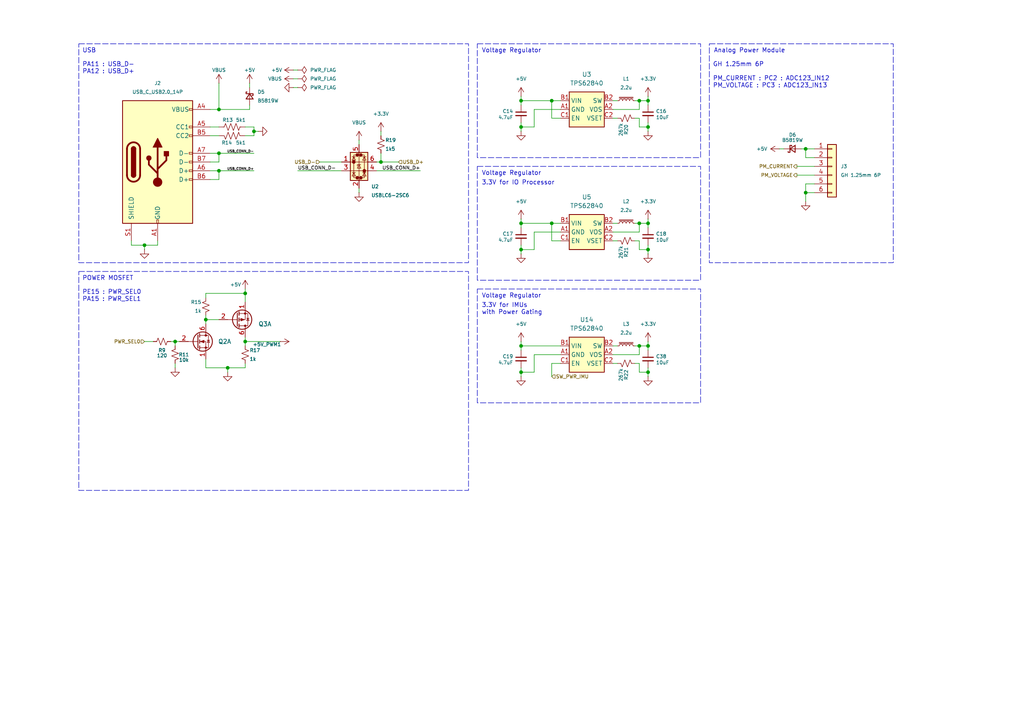
<source format=kicad_sch>
(kicad_sch (version 20250114) (generator "eeschema") (generator_version "9.0")
  (paper "A4")
  (title_block (title "STM32 Flight Controller") (date "2025-07-26") (rev "2.0.0 (WIP)") (company "NARAE") (comment 1 "INHA Univ. Areo-modelling Club") (comment 2 "2024 Winter UAV Project ") (comment 3 "Reversion 2"))
  (lib_symbols
    (symbol "Connector:USB_C_Receptacle_USB2.0_14P" (pin_names (offset 1.016))
      (property "Reference" "J" (at 0 22.225 0))
      (property "Value" "USB_C_Receptacle_USB2.0_14P" (at 0 19.685 0))
      (symbol "USB_C_Receptacle_USB2.0_14P_0_0"
        (rectangle (start -0.254 -17.78) (end 0.254 -16.764))
        (rectangle (start 10.16 15.494) (end 9.144 14.986))
        (rectangle (start 10.16 10.414) (end 9.144 9.906))
        (rectangle (start 10.16 7.874) (end 9.144 7.366))
        (rectangle (start 10.16 2.794) (end 9.144 2.286))
        (rectangle (start 10.16 0.254) (end 9.144 -0.254))
        (rectangle (start 10.16 -2.286) (end 9.144 -2.794))
        (rectangle (start 10.16 -4.826) (end 9.144 -5.334))
      )
      (symbol "USB_C_Receptacle_USB2.0_14P_0_1"
        (rectangle (start -10.16 17.78) (end 10.16 -17.78) (stroke (width 0.254)) (fill (type background)))
        (polyline (pts (xy -8.89 -3.81) (xy -8.89 3.81)) (stroke (width 0.508)))
        (rectangle (start -7.62 -3.81) (end -6.35 3.81) (stroke (width 0.254)) (fill (type outline)))
        (arc (start -7.62 3.81) (mid -6.985 4.4423) (end -6.35 3.81) (stroke (width 0.254)))
        (arc (start -7.62 3.81) (mid -6.985 4.4423) (end -6.35 3.81) (stroke (width 0.254)) (fill (type outline)))
        (arc (start -8.89 3.81) (mid -6.985 5.7067) (end -5.08 3.81) (stroke (width 0.508)))
        (arc (start -5.08 -3.81) (mid -6.985 -5.7067) (end -8.89 -3.81) (stroke (width 0.508)))
        (arc (start -6.35 -3.81) (mid -6.985 -4.4423) (end -7.62 -3.81) (stroke (width 0.254)))
        (arc (start -6.35 -3.81) (mid -6.985 -4.4423) (end -7.62 -3.81) (stroke (width 0.254)) (fill (type outline)))
        (polyline (pts (xy -5.08 3.81) (xy -5.08 -3.81)) (stroke (width 0.508)))
        (circle (center -2.54 1.143) (radius 0.635) (stroke (width 0.254)) (fill (type outline)))
        (polyline (pts (xy -1.27 4.318) (xy 0 6.858) (xy 1.27 4.318) (xy -1.27 4.318)) (stroke (width 0.254)) (fill (type outline)))
        (polyline (pts (xy 0 -2.032) (xy 2.54 0.508) (xy 2.54 1.778)) (stroke (width 0.508)))
        (polyline (pts (xy 0 -3.302) (xy -2.54 -0.762) (xy -2.54 0.508)) (stroke (width 0.508)))
        (polyline (pts (xy 0 -5.842) (xy 0 4.318)) (stroke (width 0.508)))
        (circle (center 0 -5.842) (radius 1.27) (fill (type outline)))
        (rectangle (start 1.905 1.778) (end 3.175 3.048) (stroke (width 0.254)) (fill (type outline)))
      )
      (symbol "USB_C_Receptacle_USB2.0_14P_1_1"
        (pin passive line (at -7.62 -22.86 90) (length 5.08) (name "SHIELD") (number "S1"))
        (pin passive line (at 0 -22.86 90) (length 5.08) (name "GND") (number "A1"))
        (pin passive line (at 0 -22.86 90) (length 5.08) (hide yes) (name "GND") (number "A12"))
        (pin passive line (at 0 -22.86 90) (length 5.08) (hide yes) (name "GND") (number "B1"))
        (pin passive line (at 0 -22.86 90) (length 5.08) (hide yes) (name "GND") (number "B12"))
        (pin passive line (at 15.24 15.24 180) (length 5.08) (name "VBUS") (number "A4"))
        (pin passive line (at 15.24 15.24 180) (length 5.08) (hide yes) (name "VBUS") (number "A9"))
        (pin passive line (at 15.24 15.24 180) (length 5.08) (hide yes) (name "VBUS") (number "B4"))
        (pin passive line (at 15.24 15.24 180) (length 5.08) (hide yes) (name "VBUS") (number "B9"))
        (pin bidirectional line (at 15.24 10.16 180) (length 5.08) (name "CC1") (number "A5"))
        (pin bidirectional line (at 15.24 7.62 180) (length 5.08) (name "CC2") (number "B5"))
        (pin bidirectional line (at 15.24 2.54 180) (length 5.08) (name "D-") (number "A7"))
        (pin bidirectional line (at 15.24 0 180) (length 5.08) (name "D-") (number "B7"))
        (pin bidirectional line (at 15.24 -2.54 180) (length 5.08) (name "D+") (number "A6"))
        (pin bidirectional line (at 15.24 -5.08 180) (length 5.08) (name "D+") (number "B6"))
      )
    )
    (symbol "Connector_Generic:Conn_01x06" (pin_names (offset 1.016) (hide yes))
      (property "Reference" "J" (at 0 7.62 0))
      (property "Value" "Conn_01x06" (at 0 -10.16 0))
      (symbol "Conn_01x06_1_1"
        (rectangle (start -1.27 6.35) (end 1.27 -8.89) (stroke (width 0.254)) (fill (type background)))
        (rectangle (start -1.27 5.207) (end 0 4.953) (stroke (width 0.1524)))
        (rectangle (start -1.27 2.667) (end 0 2.413) (stroke (width 0.1524)))
        (rectangle (start -1.27 0.127) (end 0 -0.127) (stroke (width 0.1524)))
        (rectangle (start -1.27 -2.413) (end 0 -2.667) (stroke (width 0.1524)))
        (rectangle (start -1.27 -4.953) (end 0 -5.207) (stroke (width 0.1524)))
        (rectangle (start -1.27 -7.493) (end 0 -7.747) (stroke (width 0.1524)))
        (pin passive line (at -5.08 5.08 0) (length 3.81) (name "Pin_1") (number "1"))
        (pin passive line (at -5.08 2.54 0) (length 3.81) (name "Pin_2") (number "2"))
        (pin passive line (at -5.08 0 0) (length 3.81) (name "Pin_3") (number "3"))
        (pin passive line (at -5.08 -2.54 0) (length 3.81) (name "Pin_4") (number "4"))
        (pin passive line (at -5.08 -5.08 0) (length 3.81) (name "Pin_5") (number "5"))
        (pin passive line (at -5.08 -7.62 0) (length 3.81) (name "Pin_6") (number "6"))
      )
    )
    (symbol "Device:C_Small" (pin_numbers (hide yes)) (pin_names (offset 0.254) (hide yes))
      (property "Reference" "C" (at 0.254 1.778 0))
      (property "Value" "C_Small" (at 0.254 -2.032 0))
      (symbol "C_Small_0_1"
        (polyline (pts (xy -1.524 0.508) (xy 1.524 0.508)) (stroke (width 0.3048)))
        (polyline (pts (xy -1.524 -0.508) (xy 1.524 -0.508)) (stroke (width 0.3302)))
      )
      (symbol "C_Small_1_1"
        (pin passive line (at 0 2.54 270) (length 2.032) (name "~") (number "1"))
        (pin passive line (at 0 -2.54 90) (length 2.032) (name "~") (number "2"))
      )
    )
    (symbol "Device:D_Schottky_Small" (pin_numbers (hide yes)) (pin_names (offset 0.254) (hide yes))
      (property "Reference" "D" (at -1.27 2.032 0))
      (property "Value" "D_Schottky_Small" (at -7.112 -2.032 0))
      (symbol "D_Schottky_Small_0_1"
        (polyline (pts (xy -1.27 0.762) (xy -1.27 1.016) (xy -0.762 1.016) (xy -0.762 -1.016) (xy -0.254 -1.016) (xy -0.254 -0.762)) (stroke (width 0.254)))
        (polyline (pts (xy -0.762 0) (xy 0.762 0)))
        (polyline (pts (xy 0.762 -1.016) (xy -0.762 0) (xy 0.762 1.016) (xy 0.762 -1.016)) (stroke (width 0.254)))
      )
      (symbol "D_Schottky_Small_1_1"
        (pin passive line (at -2.54 0 0) (length 1.778) (name "K") (number "1"))
        (pin passive line (at 2.54 0 180) (length 1.778) (name "A") (number "2"))
      )
    )
    (symbol "Device:L_Iron_Small" (pin_numbers (hide yes)) (pin_names (offset 0.254) (hide yes))
      (property "Reference" "L" (at 1.27 1.016 0))
      (property "Value" "L_Iron_Small" (at 1.27 -1.27 0))
      (symbol "L_Iron_Small_0_1"
        (arc (start 0 2.032) (mid 0.5058 1.524) (end 0 1.016))
        (arc (start 0 1.016) (mid 0.5058 0.508) (end 0 0))
        (arc (start 0 0) (mid 0.5058 -0.508) (end 0 -1.016))
        (arc (start 0 -1.016) (mid 0.5058 -1.524) (end 0 -2.032))
        (polyline (pts (xy 0.762 2.032) (xy 0.762 -2.032)))
        (polyline (pts (xy 1.016 -2.032) (xy 1.016 2.032)))
      )
      (symbol "L_Iron_Small_1_1"
        (pin passive line (at 0 2.54 270) (length 0.508) (name "~") (number "1"))
        (pin passive line (at 0 -2.54 90) (length 0.508) (name "~") (number "2"))
      )
    )
    (symbol "Device:R_Small_US" (pin_numbers (hide yes)) (pin_names (offset 0.254) (hide yes))
      (property "Reference" "R" (at 0.762 0.508 0))
      (property "Value" "R_Small_US" (at 0.762 -1.016 0))
      (symbol "R_Small_US_1_1"
        (polyline (pts (xy 0 1.524) (xy 1.016 1.143) (xy 0 0.762) (xy -1.016 0.381) (xy 0 0)))
        (polyline (pts (xy 0 0) (xy 1.016 -0.381) (xy 0 -0.762) (xy -1.016 -1.143) (xy 0 -1.524)))
        (pin passive line (at 0 2.54 270) (length 1.016) (name "~") (number "1"))
        (pin passive line (at 0 -2.54 90) (length 1.016) (name "~") (number "2"))
      )
    )
    (symbol "Device:R_US" (pin_numbers (hide yes)) (pin_names (offset 0))
      (property "Reference" "R" (at 2.54 0 90))
      (property "Value" "R_US" (at -2.54 0 90))
      (symbol "R_US_0_1"
        (polyline (pts (xy 0 2.286) (xy 0 2.54)))
        (polyline (pts (xy 0 2.286) (xy 1.016 1.905) (xy 0 1.524) (xy -1.016 1.143) (xy 0 0.762)))
        (polyline (pts (xy 0 0.762) (xy 1.016 0.381) (xy 0 0) (xy -1.016 -0.381) (xy 0 -0.762)))
        (polyline (pts (xy 0 -0.762) (xy 1.016 -1.143) (xy 0 -1.524) (xy -1.016 -1.905) (xy 0 -2.286)))
        (polyline (pts (xy 0 -2.286) (xy 0 -2.54)))
      )
      (symbol "R_US_1_1"
        (pin passive line (at 0 3.81 270) (length 1.27) (name "~") (number "1"))
        (pin passive line (at 0 -3.81 90) (length 1.27) (name "~") (number "2"))
      )
    )
    (symbol "Nexperia_PMD:PMDPB30XN" (pin_names (offset 0) (hide yes))
      (property "Reference" "Q" (at 5.08 1.905 0))
      (property "Value" "PMDPB30XN" (at 5.08 0 0))
      (symbol "PMDPB30XN_0_1"
        (polyline (pts (xy 0.254 1.905) (xy 0.254 -1.905)) (stroke (width 0.254)))
        (polyline (pts (xy 0.254 0) (xy -2.54 0)))
        (polyline (pts (xy 0.762 2.286) (xy 0.762 1.27)) (stroke (width 0.254)))
        (polyline (pts (xy 0.762 0.508) (xy 0.762 -0.508)) (stroke (width 0.254)))
        (polyline (pts (xy 0.762 -1.27) (xy 0.762 -2.286)) (stroke (width 0.254)))
        (polyline (pts (xy 0.762 -1.778) (xy 3.302 -1.778) (xy 3.302 1.778) (xy 0.762 1.778)))
        (polyline (pts (xy 1.016 0) (xy 2.032 0.381) (xy 2.032 -0.381) (xy 1.016 0)) (fill (type outline)))
        (circle (center 1.651 0) (radius 2.794) (stroke (width 0.254)))
        (polyline (pts (xy 2.54 2.54) (xy 2.54 1.778)))
        (circle (center 2.54 1.778) (radius 0.254) (fill (type outline)))
        (circle (center 2.54 -1.778) (radius 0.254) (fill (type outline)))
        (polyline (pts (xy 2.54 -2.54) (xy 2.54 0) (xy 0.762 0)))
        (polyline (pts (xy 2.921 0.381) (xy 3.683 0.381)))
        (polyline (pts (xy 3.302 0.381) (xy 2.921 -0.254) (xy 3.683 -0.254) (xy 3.302 0.381)))
      )
      (symbol "PMDPB30XN_1_0"
        (pin passive line (at 2.54 5.08 270) (length 2.54) (hide yes) (name "D") (number "7"))
      )
      (symbol "PMDPB30XN_1_1"
        (pin input line (at -5.08 0 0) (length 2.54) (name "G") (number "2"))
        (pin passive line (at 2.54 5.08 270) (length 2.54) (name "D") (number "6"))
        (pin passive line (at 2.54 -5.08 90) (length 2.54) (name "S") (number "1"))
      )
      (symbol "PMDPB30XN_2_0"
        (pin passive line (at 2.54 5.08 270) (length 2.54) (hide yes) (name "D") (number "8"))
      )
      (symbol "PMDPB30XN_2_1"
        (pin input line (at -5.08 0 0) (length 2.54) (name "G") (number "5"))
        (pin passive line (at 2.54 5.08 270) (length 2.54) (name "D") (number "3"))
        (pin passive line (at 2.54 -5.08 90) (length 2.54) (name "S") (number "4"))
      )
    )
    (symbol "Nexperia_PMD:PMDPB55XPA" (pin_names (offset 0) (hide yes))
      (property "Reference" "Q" (at 5.08 1.905 0))
      (property "Value" "PMDPB55XPA" (at 5.08 0 0))
      (symbol "PMDPB55XPA_0_1"
        (polyline (pts (xy 0.254 1.905) (xy 0.254 -1.905)) (stroke (width 0.254)))
        (polyline (pts (xy 0.254 0) (xy -2.54 0)))
        (polyline (pts (xy 0.762 2.286) (xy 0.762 1.27)) (stroke (width 0.254)))
        (polyline (pts (xy 0.762 1.778) (xy 3.302 1.778) (xy 3.302 -1.778) (xy 0.762 -1.778)))
        (polyline (pts (xy 0.762 0.508) (xy 0.762 -0.508)) (stroke (width 0.254)))
        (polyline (pts (xy 0.762 -1.27) (xy 0.762 -2.286)) (stroke (width 0.254)))
        (circle (center 1.651 0) (radius 2.794) (stroke (width 0.254)))
        (polyline (pts (xy 2.286 0) (xy 1.27 0.381) (xy 1.27 -0.381) (xy 2.286 0)) (fill (type outline)))
        (polyline (pts (xy 2.54 2.54) (xy 2.54 1.778)))
        (circle (center 2.54 1.778) (radius 0.254) (fill (type outline)))
        (circle (center 2.54 -1.778) (radius 0.254) (fill (type outline)))
        (polyline (pts (xy 2.54 -2.54) (xy 2.54 0) (xy 0.762 0)))
        (polyline (pts (xy 2.921 -0.381) (xy 3.683 -0.381)))
        (polyline (pts (xy 3.302 -0.381) (xy 2.921 0.254) (xy 3.683 0.254) (xy 3.302 -0.381)))
      )
      (symbol "PMDPB55XPA_1_0"
        (pin passive line (at 2.54 5.08 270) (length 2.54) (hide yes) (name "D") (number "7"))
      )
      (symbol "PMDPB55XPA_1_1"
        (pin input line (at -5.08 0 0) (length 2.54) (name "G") (number "2"))
        (pin passive line (at 2.54 5.08 270) (length 2.54) (name "D") (number "6"))
        (pin passive line (at 2.54 -5.08 90) (length 2.54) (name "S") (number "1"))
      )
      (symbol "PMDPB55XPA_2_0"
        (pin passive line (at 2.54 5.08 270) (length 2.54) (hide yes) (name "D") (number "8"))
      )
      (symbol "PMDPB55XPA_2_1"
        (pin input line (at -5.08 0 0) (length 2.54) (name "G") (number "5"))
        (pin passive line (at 2.54 5.08 270) (length 2.54) (name "D") (number "3"))
        (pin passive line (at 2.54 -5.08 90) (length 2.54) (name "S") (number "4"))
      )
    )
    (symbol "Power_Protection:USBLC6-2SC6" (pin_names (hide yes))
      (property "Reference" "U" (at 0.635 5.715 0))
      (property "Value" "USBLC6-2SC6" (at 0.635 3.81 0))
      (symbol "USBLC6-2SC6_0_0"
        (circle (center -1.524 0) (radius 0.0001) (stroke (width 0.508)))
        (circle (center -0.508 2.032) (radius 0.0001) (stroke (width 0.508)))
        (circle (center -0.508 -4.572) (radius 0.0001) (stroke (width 0.508)))
        (circle (center 0.508 2.032) (radius 0.0001) (stroke (width 0.508)))
        (circle (center 0.508 -4.572) (radius 0.0001) (stroke (width 0.508)))
        (circle (center 1.524 -2.54) (radius 0.0001) (stroke (width 0.508)))
      )
      (symbol "USBLC6-2SC6_0_1"
        (polyline (pts (xy -2.54 0) (xy 2.54 0)))
        (polyline (pts (xy -2.54 -2.54) (xy 2.54 -2.54)))
        (polyline (pts (xy -2.032 0.508) (xy -1.016 0.508) (xy -1.524 1.524) (xy -2.032 0.508)))
        (polyline (pts (xy -2.032 -3.048) (xy -1.016 -3.048)))
        (polyline (pts (xy -1.016 1.524) (xy -2.032 1.524)))
        (polyline (pts (xy -1.016 -4.064) (xy -2.032 -4.064) (xy -1.524 -3.048) (xy -1.016 -4.064)))
        (polyline (pts (xy -0.508 -1.143) (xy -0.508 -0.762) (xy 0.508 -0.762)))
        (polyline (pts (xy 0 2.54) (xy -0.508 2.032) (xy 0.508 2.032) (xy 0 1.524) (xy 0 -4.064) (xy -0.508 -4.572) (xy 0.508 -4.572) (xy 0 -5.08)))
        (polyline (pts (xy 0.508 -1.778) (xy -0.508 -1.778) (xy 0 -0.762) (xy 0.508 -1.778)))
        (polyline (pts (xy 1.016 1.524) (xy 2.032 1.524)))
        (polyline (pts (xy 1.016 -3.048) (xy 2.032 -3.048)))
        (polyline (pts (xy 2.032 0.508) (xy 1.016 0.508) (xy 1.524 1.524) (xy 2.032 0.508)))
        (polyline (pts (xy 2.032 -4.064) (xy 1.016 -4.064) (xy 1.524 -3.048) (xy 2.032 -4.064)))
      )
      (symbol "USBLC6-2SC6_1_1"
        (rectangle (start -2.54 2.794) (end 2.54 -5.334) (stroke (width 0.254)) (fill (type background)))
        (polyline (pts (xy -0.508 2.032) (xy -1.524 2.032) (xy -1.524 -4.572) (xy -0.508 -4.572)))
        (polyline (pts (xy 0.508 -4.572) (xy 1.524 -4.572) (xy 1.524 2.032) (xy 0.508 2.032)))
        (pin passive line (at -5.08 0 0) (length 2.54) (name "I/O1") (number "1"))
        (pin passive line (at -5.08 -2.54 0) (length 2.54) (name "I/O2") (number "3"))
        (pin passive line (at 0 5.08 270) (length 2.54) (name "VBUS") (number "5"))
        (pin passive line (at 0 -7.62 90) (length 2.54) (name "GND") (number "2"))
        (pin passive line (at 5.08 0 180) (length 2.54) (name "I/O1") (number "6"))
        (pin passive line (at 5.08 -2.54 180) (length 2.54) (name "I/O2") (number "4"))
      )
    )
    (symbol "TPS62840:TPS62840YBG"
      (property "Reference" "U" (at 0 8.382 0))
      (property "Value" "TPS62840YBG" (at 0 6.35 0))
      (symbol "TPS62840YBG_0_1"
        (rectangle (start -5.08 5.08) (end 5.08 -5.08) (stroke (width 0.254)) (fill (type background)))
      )
      (symbol "TPS62840YBG_1_1"
        (pin power_in line (at -7.62 2.54 0) (length 2.54) (name "VIN") (number "B1"))
        (pin power_in line (at -7.62 0 0) (length 2.54) (name "GND") (number "A1"))
        (pin input line (at -7.62 -2.54 0) (length 2.54) (name "EN") (number "C1"))
        (pin open_collector line (at 7.62 2.54 180) (length 2.54) (name "SW") (number "B2"))
        (pin input line (at 7.62 0 180) (length 2.54) (name "VOS") (number "A2"))
        (pin input line (at 7.62 -2.54 180) (length 2.54) (name "VSET") (number "C2"))
      )
    )
    (symbol "power:+3.3V" (power) (pin_numbers (hide yes)) (pin_names (offset 0) (hide yes))
      (property "Value" "+3.3V" (at 0 3.556 0))
      (symbol "+3.3V_0_1"
        (polyline (pts (xy -0.762 1.27) (xy 0 2.54)))
        (polyline (pts (xy 0 2.54) (xy 0.762 1.27)))
        (polyline (pts (xy 0 0) (xy 0 2.54)))
      )
      (symbol "+3.3V_1_1"
        (pin power_in line (at 0 0 90) (length 0) (name "~") (number "1"))
      )
    )
    (symbol "power:+5V" (power) (pin_numbers (hide yes)) (pin_names (offset 0) (hide yes))
      (property "Value" "+5V" (at 0 3.556 0))
      (symbol "+5V_0_1"
        (polyline (pts (xy -0.762 1.27) (xy 0 2.54)))
        (polyline (pts (xy 0 2.54) (xy 0.762 1.27)))
        (polyline (pts (xy 0 0) (xy 0 2.54)))
      )
      (symbol "+5V_1_1"
        (pin power_in line (at 0 0 90) (length 0) (name "~") (number "1"))
      )
    )
    (symbol "power:GND" (power) (pin_numbers (hide yes)) (pin_names (offset 0) (hide yes))
      (property "Value" "GND" (at 0 -3.81 0))
      (symbol "GND_0_1"
        (polyline (pts (xy 0 0) (xy 0 -1.27) (xy 1.27 -1.27) (xy 0 -2.54) (xy -1.27 -1.27) (xy 0 -1.27)))
      )
      (symbol "GND_1_1"
        (pin power_in line (at 0 0 270) (length 0) (name "~") (number "1"))
      )
    )
    (symbol "power:PWR_FLAG" (power) (pin_numbers (hide yes)) (pin_names (offset 0) (hide yes))
      (property "Value" "PWR_FLAG" (at 0 3.81 0))
      (symbol "PWR_FLAG_0_0"
        (pin power_out line (at 0 0 90) (length 0) (name "~") (number "1"))
      )
      (symbol "PWR_FLAG_0_1"
        (polyline (pts (xy 0 0) (xy 0 1.27) (xy -1.016 1.905) (xy 0 2.54) (xy 1.016 1.905) (xy 0 1.27)))
      )
    )
    (symbol "power:VBUS" (power) (pin_numbers (hide yes)) (pin_names (offset 0) (hide yes))
      (property "Value" "VBUS" (at 0 3.556 0))
      (symbol "VBUS_0_1"
        (polyline (pts (xy -0.762 1.27) (xy 0 2.54)))
        (polyline (pts (xy 0 2.54) (xy 0.762 1.27)))
        (polyline (pts (xy 0 0) (xy 0 2.54)))
      )
      (symbol "VBUS_1_1"
        (pin power_in line (at 0 0 90) (length 0) (name "~") (number "1"))
      )
    )
  )
  (rectangle (start 205.74 12.7) (end 259.08 76.2) (stroke (width 0) (type dash)))
  (rectangle (start 22.86 12.7) (end 135.89 76.2) (stroke (width 0) (type dash)))
  (rectangle (start 22.86 78.74) (end 135.89 142.24) (stroke (width 0) (type dash)))
  (rectangle (start 138.43 83.82) (end 203.2 116.84) (stroke (width 0) (type dash)))
  (rectangle (start 138.43 48.26) (end 203.2 81.28) (stroke (width 0) (type dash)))
  (rectangle (start 138.43 12.7) (end 203.2 45.72) (stroke (width 0) (type dash)))
  (text "3.3V for IO Processor" (at 139.7 52.324 0) (effects (font (size 1.27 1.27)) (justify left top)))
  (text "PE15 : PWR_SEL0\nPA15 : PWR_SEL1" (at 23.876 84.074 0) (effects (font (size 1.27 1.27)) (justify left top)))
  (text "Analog Power Module" (at 207.01 15.494 0) (effects (font (size 1.27 1.27)) (justify left bottom)))
  (text "GH 1.25mm 6P\n\nPM_CURRENT : PC2 : ADC123_IN12\nPM_VOLTAGE : PC3 : ADC123_IN13" (at 206.756 18.034 0) (effects (font (size 1.27 1.27)) (justify left top)))
  (text "Voltage Regulator" (at 139.7 86.614 0) (effects (font (size 1.27 1.27)) (justify left bottom)))
  (text "Voltage Regulator" (at 139.7 51.054 0) (effects (font (size 1.27 1.27)) (justify left bottom)))
  (text "Voltage Regulator" (at 139.7 15.494 0) (effects (font (size 1.27 1.27)) (justify left bottom)))
  (text "3.3V for IMUs\nwith Power Gating " (at 139.7 87.884 0) (effects (font (size 1.27 1.27)) (justify left top)))
  (text "USB" (at 23.876 15.494 0) (effects (font (size 1.27 1.27)) (justify left bottom)))
  (text "POWER MOSFET" (at 23.876 81.534 0) (effects (font (size 1.27 1.27)) (justify left bottom)))
  (text "PA11 : USB_D-\nPA12 : USB_D+" (at 23.876 18.034 0) (effects (font (size 1.27 1.27)) (justify left top)))
  (junction (at 59.69 92.71))
  (junction (at 110.49 46.99))
  (junction (at 185.42 64.77))
  (junction (at 185.42 100.33))
  (junction (at 185.42 29.21))
  (junction (at 50.8 99.06))
  (junction (at 233.68 55.88))
  (junction (at 63.5 31.75))
  (junction (at 160.02 64.77))
  (junction (at 160.02 29.21))
  (junction (at 71.12 99.06))
  (junction (at 41.91 71.12))
  (junction (at 187.96 64.77))
  (junction (at 187.96 100.33))
  (junction (at 187.96 29.21))
  (junction (at 71.12 85.09))
  (junction (at 187.96 72.39))
  (junction (at 187.96 36.83))
  (junction (at 187.96 107.95))
  (junction (at 151.13 100.33))
  (junction (at 151.13 64.77))
  (junction (at 151.13 29.21))
  (junction (at 233.68 43.18))
  (junction (at 73.66 38.1))
  (junction (at 63.5 44.45))
  (junction (at 66.04 106.68))
  (junction (at 63.5 49.53))
  (junction (at 151.13 107.95))
  (junction (at 151.13 36.83))
  (junction (at 151.13 72.39))
  (wire (pts (xy 151.13 64.77) (xy 151.13 66.04)))
  (wire (pts (xy 151.13 29.21) (xy 151.13 30.48)))
  (wire (pts (xy 151.13 100.33) (xy 151.13 101.6)))
  (wire (pts (xy 185.42 64.77) (xy 187.96 64.77)))
  (wire (pts (xy 185.42 100.33) (xy 187.96 100.33)))
  (wire (pts (xy 185.42 29.21) (xy 187.96 29.21)))
  (wire (pts (xy 233.68 43.18) (xy 233.68 45.72)))
  (wire (pts (xy 187.96 72.39) (xy 187.96 73.66)))
  (wire (pts (xy 187.96 36.83) (xy 187.96 38.1)))
  (wire (pts (xy 187.96 107.95) (xy 187.96 109.22)))
  (wire (pts (xy 63.5 49.53) (xy 63.5 52.07)))
  (wire (pts (xy 110.49 46.99) (xy 115.57 46.99)))
  (wire (pts (xy 92.71 46.99) (xy 99.06 46.99)))
  (wire (pts (xy 72.39 24.13) (xy 72.39 25.4)))
  (wire (pts (xy 63.5 44.45) (xy 63.5 46.99)))
  (wire (pts (xy 110.49 44.45) (xy 110.49 46.99)))
  (wire (pts (xy 151.13 36.83) (xy 151.13 38.1)))
  (wire (pts (xy 151.13 72.39) (xy 151.13 73.66)))
  (wire (pts (xy 151.13 107.95) (xy 151.13 109.22)))
  (wire (pts (xy 41.91 71.12) (xy 41.91 72.39)))
  (wire (pts (xy 151.13 99.06) (xy 151.13 100.33)))
  (wire (pts (xy 151.13 63.5) (xy 151.13 64.77)))
  (wire (pts (xy 151.13 27.94) (xy 151.13 29.21)))
  (wire (pts (xy 85.09 25.4) (xy 86.36 25.4)))
  (wire (pts (xy 59.69 86.36) (xy 59.69 85.09)))
  (wire (pts (xy 72.39 30.48) (xy 72.39 31.75)))
  (wire (pts (xy 50.8 99.06) (xy 52.07 99.06)))
  (wire (pts (xy 71.12 97.79) (xy 71.12 99.06)))
  (wire (pts (xy 71.12 105.41) (xy 71.12 106.68)))
  (wire (pts (xy 185.42 72.39) (xy 187.96 72.39)))
  (wire (pts (xy 185.42 36.83) (xy 187.96 36.83)))
  (wire (pts (xy 185.42 107.95) (xy 187.96 107.95)))
  (wire (pts (xy 185.42 69.85) (xy 185.42 72.39)))
  (wire (pts (xy 185.42 34.29) (xy 185.42 36.83)))
  (wire (pts (xy 185.42 105.41) (xy 185.42 107.95)))
  (wire (pts (xy 73.66 38.1) (xy 74.93 38.1)))
  (wire (pts (xy 231.14 48.26) (xy 236.22 48.26)))
  (wire (pts (xy 177.8 67.31) (xy 185.42 67.31)))
  (wire (pts (xy 177.8 31.75) (xy 185.42 31.75)))
  (wire (pts (xy 177.8 102.87) (xy 185.42 102.87)))
  (wire (pts (xy 177.8 64.77) (xy 179.07 64.77)))
  (wire (pts (xy 177.8 100.33) (xy 179.07 100.33)))
  (wire (pts (xy 177.8 29.21) (xy 179.07 29.21)))
  (wire (pts (xy 71.12 39.37) (xy 73.66 39.37)))
  (wire (pts (xy 41.91 71.12) (xy 45.72 71.12)))
  (wire (pts (xy 151.13 36.83) (xy 154.94 36.83)))
  (wire (pts (xy 151.13 72.39) (xy 154.94 72.39)))
  (wire (pts (xy 151.13 107.95) (xy 154.94 107.95)))
  (wire (pts (xy 63.5 24.13) (xy 63.5 31.75)))
  (wire (pts (xy 236.22 53.34) (xy 233.68 53.34)))
  (wire (pts (xy 233.68 55.88) (xy 233.68 58.42)))
  (wire (pts (xy 60.96 46.99) (xy 63.5 46.99)))
  (wire (pts (xy 233.68 53.34) (xy 233.68 55.88)))
  (wire (pts (xy 59.69 92.71) (xy 59.69 93.98)))
  (wire (pts (xy 60.96 39.37) (xy 63.5 39.37)))
  (wire (pts (xy 59.69 104.14) (xy 59.69 106.68)))
  (wire (pts (xy 50.8 99.06) (xy 50.8 100.33)))
  (wire (pts (xy 71.12 83.82) (xy 71.12 85.09)))
  (wire (pts (xy 104.14 54.61) (xy 104.14 55.88)))
  (wire (pts (xy 71.12 99.06) (xy 71.12 100.33)))
  (wire (pts (xy 110.49 46.99) (xy 109.22 46.99)))
  (wire (pts (xy 104.14 40.64) (xy 104.14 41.91)))
  (wire (pts (xy 184.15 69.85) (xy 185.42 69.85)))
  (wire (pts (xy 184.15 34.29) (xy 185.42 34.29)))
  (wire (pts (xy 184.15 105.41) (xy 185.42 105.41)))
  (wire (pts (xy 160.02 64.77) (xy 162.56 64.77)))
  (wire (pts (xy 160.02 29.21) (xy 162.56 29.21)))
  (wire (pts (xy 160.02 105.41) (xy 160.02 109.22)))
  (wire (pts (xy 49.53 99.06) (xy 50.8 99.06)))
  (wire (pts (xy 162.56 69.85) (xy 160.02 69.85)))
  (wire (pts (xy 162.56 34.29) (xy 160.02 34.29)))
  (wire (pts (xy 162.56 105.41) (xy 160.02 105.41)))
  (wire (pts (xy 59.69 85.09) (xy 71.12 85.09)))
  (wire (pts (xy 110.49 38.1) (xy 110.49 39.37)))
  (wire (pts (xy 63.5 31.75) (xy 72.39 31.75)))
  (wire (pts (xy 71.12 36.83) (xy 73.66 36.83)))
  (wire (pts (xy 177.8 69.85) (xy 179.07 69.85)))
  (wire (pts (xy 177.8 34.29) (xy 179.07 34.29)))
  (wire (pts (xy 177.8 105.41) (xy 179.07 105.41)))
  (wire (pts (xy 236.22 55.88) (xy 233.68 55.88)))
  (wire (pts (xy 59.69 92.71) (xy 63.5 92.71)))
  (wire (pts (xy 154.94 67.31) (xy 162.56 67.31)))
  (wire (pts (xy 154.94 31.75) (xy 162.56 31.75)))
  (wire (pts (xy 154.94 102.87) (xy 162.56 102.87)))
  (wire (pts (xy 60.96 31.75) (xy 63.5 31.75)))
  (wire (pts (xy 187.96 64.77) (xy 187.96 66.04)))
  (wire (pts (xy 187.96 29.21) (xy 187.96 30.48)))
  (wire (pts (xy 187.96 100.33) (xy 187.96 101.6)))
  (wire (pts (xy 73.66 36.83) (xy 73.66 38.1)))
  (wire (pts (xy 50.8 105.41) (xy 50.8 106.68)))
  (wire (pts (xy 232.41 43.18) (xy 233.68 43.18)))
  (wire (pts (xy 151.13 100.33) (xy 162.56 100.33)))
  (wire (pts (xy 151.13 64.77) (xy 160.02 64.77)))
  (wire (pts (xy 151.13 29.21) (xy 160.02 29.21)))
  (wire (pts (xy 160.02 64.77) (xy 160.02 69.85)))
  (wire (pts (xy 160.02 29.21) (xy 160.02 34.29)))
  (wire (pts (xy 236.22 45.72) (xy 233.68 45.72)))
  (wire (pts (xy 59.69 91.44) (xy 59.69 92.71)))
  (wire (pts (xy 66.04 106.68) (xy 71.12 106.68)))
  (wire (pts (xy 60.96 49.53) (xy 63.5 49.53)))
  (wire (pts (xy 86.36 49.53) (xy 99.06 49.53)))
  (wire (pts (xy 185.42 67.31) (xy 185.42 64.77)))
  (wire (pts (xy 185.42 31.75) (xy 185.42 29.21)))
  (wire (pts (xy 185.42 102.87) (xy 185.42 100.33)))
  (wire (pts (xy 41.91 99.06) (xy 44.45 99.06)))
  (wire (pts (xy 151.13 35.56) (xy 151.13 36.83)))
  (wire (pts (xy 151.13 71.12) (xy 151.13 72.39)))
  (wire (pts (xy 151.13 106.68) (xy 151.13 107.95)))
  (wire (pts (xy 187.96 71.12) (xy 187.96 72.39)))
  (wire (pts (xy 187.96 35.56) (xy 187.96 36.83)))
  (wire (pts (xy 187.96 106.68) (xy 187.96 107.95)))
  (wire (pts (xy 63.5 49.53) (xy 73.66 49.53)))
  (wire (pts (xy 184.15 64.77) (xy 185.42 64.77)))
  (wire (pts (xy 184.15 100.33) (xy 185.42 100.33)))
  (wire (pts (xy 184.15 29.21) (xy 185.42 29.21)))
  (wire (pts (xy 121.92 49.53) (xy 109.22 49.53)))
  (wire (pts (xy 73.66 38.1) (xy 73.66 39.37)))
  (wire (pts (xy 187.96 63.5) (xy 187.96 64.77)))
  (wire (pts (xy 187.96 99.06) (xy 187.96 100.33)))
  (wire (pts (xy 187.96 27.94) (xy 187.96 29.21)))
  (wire (pts (xy 85.09 20.32) (xy 86.36 20.32)))
  (wire (pts (xy 154.94 36.83) (xy 154.94 31.75)))
  (wire (pts (xy 154.94 72.39) (xy 154.94 67.31)))
  (wire (pts (xy 154.94 107.95) (xy 154.94 102.87)))
  (wire (pts (xy 60.96 44.45) (xy 63.5 44.45)))
  (wire (pts (xy 38.1 69.85) (xy 38.1 71.12)))
  (wire (pts (xy 60.96 36.83) (xy 63.5 36.83)))
  (wire (pts (xy 38.1 71.12) (xy 41.91 71.12)))
  (wire (pts (xy 71.12 85.09) (xy 71.12 87.63)))
  (wire (pts (xy 59.69 106.68) (xy 66.04 106.68)))
  (wire (pts (xy 60.96 52.07) (xy 63.5 52.07)))
  (wire (pts (xy 81.28 99.06) (xy 71.12 99.06)))
  (wire (pts (xy 231.14 50.8) (xy 236.22 50.8)))
  (wire (pts (xy 226.06 43.18) (xy 227.33 43.18)))
  (wire (pts (xy 233.68 43.18) (xy 236.22 43.18)))
  (wire (pts (xy 66.04 106.68) (xy 66.04 107.95)))
  (wire (pts (xy 45.72 69.85) (xy 45.72 71.12)))
  (wire (pts (xy 85.09 22.86) (xy 86.36 22.86)))
  (wire (pts (xy 63.5 44.45) (xy 73.66 44.45)))
  (label "USB_CONN_D-" (at 73.66 44.45 180) (effects (font (size 0.7 0.7))))
  (label "USB_CONN_D+" (at 73.66 49.53 180) (effects (font (size 0.7 0.7))))
  (label "USB_CONN_D+" (at 121.92 49.53 180) (effects (font (size 1 1))))
  (label "USB_CONN_D-" (at 86.36 49.53 0) (effects (font (size 1 1))))
  (hierarchical_label "USB_D+" (shape input) (at 115.57 46.99 0) (effects (font (size 1 1))))
  (hierarchical_label "PWR_SEL0" (shape input) (at 41.91 99.06 180) (effects (font (size 1 1))))
  (hierarchical_label "PM_CURRENT" (shape output) (at 231.14 48.26 180) (effects (font (size 1 1))))
  (hierarchical_label "USB_D-" (shape input) (at 92.71 46.99 180) (effects (font (size 1 1))))
  (hierarchical_label "SW_PWR_IMU" (shape input) (at 160.02 109.22 0) (effects (font (size 1 1))))
  (hierarchical_label "PM_VOLTAGE" (shape output) (at 231.14 50.8 180) (effects (font (size 1 1))))
  (symbol (lib_id "power:+3.3V") (at 187.96 27.94 0) (unit 1)
    (property "Reference" "#PWR0142" (effects (hide yes)))
    (property "Value" "+3.3V" (at 187.96 22.86 0) (effects (font (size 1 1))))
    (property "Description" "Power symbol creates a global label with name \"+3.3V\"" (effects (hide yes)))
  )
  (symbol (lib_id "power:+5V") (at 226.06 43.18 90) (unit 1)
    (property "Reference" "#PWR052" (effects (hide yes)))
    (property "Value" "+5V" (at 220.98 43.18 90) (effects (font (size 1 1))))
    (property "Description" "Power symbol creates a global label with name \"+5V\"" (effects (hide yes)))
  )
  (symbol (lib_id "TPS62840:TPS62840YBG") (at 170.18 31.75 0) (unit 1)
    (property "Reference" "U3" (at 170.18 21.59 0))
    (property "Value" "TPS62840" (at 170.18 24.13 0))
    (property "Footprint" "Package_BGA:Texas_DSBGA-6_0.855x1.255mm_Layout2x3_P0.4mm_LevelC" (effects (hide yes)))
    (property "Datasheet" "https://www.ti.com/lit/ds/symlink/tps62840.pdf" (effects (hide yes)))
    (property "Description" "VIN 1.8-V to 6.5-V, VOUT 1.8 V to 3.3 V in 100-mV steps, 750-mA, 60-nA IQ Step-Down Converter" (effects (hide yes)))
    (property "LCSC" "C2071139" (effects (hide yes)))
  )
  (symbol (lib_id "power:+3.3V") (at 110.49 38.1 0) (unit 1)
    (property "Reference" "#PWR039" (effects (hide yes)))
    (property "Value" "+3.3V" (at 110.49 33.02 0) (effects (font (size 1 1))))
    (property "Description" "Power symbol creates a global label with name \"+3.3V\"" (effects (hide yes)))
  )
  (symbol (lib_id "Device:R_Small_US") (at 181.61 34.29 270) (mirror x) (unit 1)
    (property "Reference" "R20" (at 181.61 37.592 0) (effects (font (size 1 1))))
    (property "Value" "267k" (at 180.086 37.592 0) (effects (font (size 1 1))))
    (property "Footprint" "Resistor_SMD:R_0402_1005Metric" (effects (hide yes)))
    (property "Description" "Resistor, small US symbol" (effects (hide yes)))
    (property "LCSC" "C2998050" (effects (hide yes)))
  )
  (symbol (lib_id "Nexperia_PMD:PMDPB55XPA") (at 68.58 92.71 0) (mirror x) (unit 1)
    (property "Reference" "Q3" (at 74.93 93.9801 0) (effects (justify left)))
    (property "Value" "PMDPB55XP" (effects (hide yes)))
    (property "Footprint" "Nexperia_SOT1118:Nexperia_SOT1118" (effects (hide yes)))
    (property "Description" "Dual PMOS transistor, 6 pin package" (effects (hide yes)))
    (property "LCSC" "C552752" (effects (hide yes)))
  )
  (symbol (lib_id "Device:R_Small_US") (at 50.8 102.87 0) (mirror y) (unit 1)
    (property "Reference" "R11" (at 53.34 102.87 0) (effects (font (size 1 1))))
    (property "Value" "10k" (at 53.34 104.394 0) (effects (font (size 1 1))))
    (property "Footprint" "Resistor_SMD:R_0402_1005Metric" (effects (hide yes)))
    (property "Description" "Resistor, small US symbol" (effects (hide yes)))
    (property "LCSC" "C25531" (effects (hide yes)))
  )
  (symbol (lib_id "power:+3.3V") (at 187.96 99.06 0) (unit 1)
    (property "Reference" "#PWR0136" (effects (hide yes)))
    (property "Value" "+3.3V" (at 187.96 93.98 0) (effects (font (size 1 1))))
    (property "Description" "Power symbol creates a global label with name \"+3.3V\"" (effects (hide yes)))
  )
  (symbol (lib_id "power:GND") (at 66.04 107.95 0) (unit 1)
    (property "Reference" "#PWR028" (effects (hide yes)))
    (property "Value" "GND" (effects (hide yes)))
    (property "Description" "Power symbol creates a global label with name \"GND\" , ground" (effects (hide yes)))
  )
  (symbol (lib_id "Device:R_Small_US") (at 181.61 69.85 270) (mirror x) (unit 1)
    (property "Reference" "R21" (at 181.61 73.152 0) (effects (font (size 1 1))))
    (property "Value" "267k" (at 180.086 73.152 0) (effects (font (size 1 1))))
    (property "Footprint" "Resistor_SMD:R_0402_1005Metric" (effects (hide yes)))
    (property "Description" "Resistor, small US symbol" (effects (hide yes)))
    (property "LCSC" "C2998050" (effects (hide yes)))
  )
  (symbol (lib_id "Connector_Generic:Conn_01x06") (at 241.3 48.26 0) (unit 1)
    (property "Reference" "J3" (at 243.84 48.26 0) (effects (font (size 1 1)) (justify left)))
    (property "Value" "GH 1.25mm 6P" (at 243.84 50.8 0) (effects (font (size 1 1)) (justify left)))
    (property "Footprint" "JST_GH:JST_GH_SM06B-GHS-TB_06x1.25mm_Angled" (effects (hide yes)))
    (property "Description" "Generic connector, single row, 01x06, script generated (kicad-library-utils/schlib/autogen/connector/)" (effects (hide yes)))
    (property "LCSC" "C133065" (effects (hide yes)))
  )
  (symbol (lib_id "Device:C_Small") (at 151.13 104.14 0) (unit 1)
    (property "Reference" "C19" (at 148.844 103.378 0) (effects (font (size 1 1)) (justify right)))
    (property "Value" "4.7uF" (at 148.844 105.156 0) (effects (font (size 1 1)) (justify right)))
    (property "Footprint" "Capacitor_SMD:C_0402_1005Metric" (effects (hide yes)))
    (property "Description" "Unpolarized capacitor, small symbol" (effects (hide yes)))
    (property "LCSC" "C307423" (effects (hide yes)))
  )
  (symbol (lib_id "power:GND") (at 50.8 106.68 0) (unit 1)
    (property "Reference" "#PWR023" (effects (hide yes)))
    (property "Value" "GND" (effects (hide yes)))
    (property "Description" "Power symbol creates a global label with name \"GND\" , ground" (effects (hide yes)))
  )
  (symbol (lib_id "power:+3.3V") (at 187.96 63.5 0) (unit 1)
    (property "Reference" "#PWR0144" (effects (hide yes)))
    (property "Value" "+3.3V" (at 187.96 58.42 0) (effects (font (size 1 1))))
    (property "Description" "Power symbol creates a global label with name \"+3.3V\"" (effects (hide yes)))
  )
  (symbol (lib_id "power:GND") (at 151.13 38.1 0) (unit 1)
    (property "Reference" "#PWR0139" (effects (hide yes)))
    (property "Value" "GND" (effects (hide yes)))
    (property "Description" "Power symbol creates a global label with name \"GND\" , ground" (effects (hide yes)))
  )
  (symbol (lib_id "power:PWR_FLAG") (at 86.36 25.4 270) (unit 1)
    (property "Reference" "#FLG03" (effects (hide yes)))
    (property "Value" "PWR_FLAG" (at 93.726 25.4 90) (effects (font (size 1 1))))
    (property "Description" "Special symbol for telling ERC where power comes from" (effects (hide yes)))
  )
  (symbol (lib_id "power:+5V") (at 151.13 27.94 0) (unit 1)
    (property "Reference" "#PWR0138" (effects (hide yes)))
    (property "Value" "+5V" (at 151.13 22.86 0) (effects (font (size 1 1))))
    (property "Description" "Power symbol creates a global label with name \"+5V\"" (effects (hide yes)))
  )
  (symbol (lib_id "TPS62840:TPS62840YBG") (at 170.18 102.87 0) (unit 1)
    (property "Reference" "U14" (at 170.18 92.71 0))
    (property "Value" "TPS62840" (at 170.18 95.25 0))
    (property "Footprint" "Package_BGA:Texas_DSBGA-6_0.855x1.255mm_Layout2x3_P0.4mm_LevelC" (effects (hide yes)))
    (property "Datasheet" "https://www.ti.com/lit/ds/symlink/tps62840.pdf" (effects (hide yes)))
    (property "Description" "VIN 1.8-V to 6.5-V, VOUT 1.8 V to 3.3 V in 100-mV steps, 750-mA, 60-nA IQ Step-Down Converter" (effects (hide yes)))
    (property "LCSC" "C2071139" (effects (hide yes)))
  )
  (symbol (lib_id "Device:C_Small") (at 151.13 33.02 0) (unit 1)
    (property "Reference" "C14" (at 148.844 32.258 0) (effects (font (size 1 1)) (justify right)))
    (property "Value" "4.7uF" (at 148.844 34.036 0) (effects (font (size 1 1)) (justify right)))
    (property "Footprint" "Capacitor_SMD:C_0402_1005Metric" (effects (hide yes)))
    (property "Description" "Unpolarized capacitor, small symbol" (effects (hide yes)))
    (property "LCSC" "C307423" (effects (hide yes)))
  )
  (symbol (lib_id "power:GND") (at 85.09 25.4 270) (unit 1)
    (property "Reference" "#PWR034" (effects (hide yes)))
    (property "Value" "GND" (effects (hide yes)))
    (property "Description" "Power symbol creates a global label with name \"GND\" , ground" (effects (hide yes)))
  )
  (symbol (lib_id "Device:C_Small") (at 187.96 68.58 0) (unit 1)
    (property "Reference" "C18" (at 190.246 67.818 0) (effects (font (size 1 1)) (justify left)))
    (property "Value" "10uF" (at 190.246 69.596 0) (effects (font (size 1 1)) (justify left)))
    (property "Footprint" "Capacitor_SMD:C_0402_1005Metric" (effects (hide yes)))
    (property "Description" "Unpolarized capacitor, small symbol" (effects (hide yes)))
    (property "LCSC" "C307415" (effects (hide yes)))
  )
  (symbol (lib_id "power:GND") (at 151.13 73.66 0) (unit 1)
    (property "Reference" "#PWR0141" (effects (hide yes)))
    (property "Value" "GND" (effects (hide yes)))
    (property "Description" "Power symbol creates a global label with name \"GND\" , ground" (effects (hide yes)))
  )
  (symbol (lib_id "Device:L_Iron_Small") (at 181.61 29.21 90) (unit 1)
    (property "Reference" "L1" (at 181.61 22.86 90) (effects (font (size 1 1))))
    (property "Value" "2.2u" (at 181.61 25.4 90) (effects (font (size 1 1))))
    (property "Footprint" "VLS201610ET-2R2M:VLS201610ET-2R2M" (effects (hide yes)))
    (property "Description" "Inductor with iron core, small symbol" (effects (hide yes)))
    (property "LCSC" "C114768" (effects (hide yes)))
  )
  (symbol (lib_id "Device:D_Schottky_Small") (at 72.39 27.94 90) (mirror x) (unit 1)
    (property "Reference" "D5" (at 74.676 26.67 90) (effects (font (size 1 1)) (justify right)))
    (property "Value" "B5819W" (at 74.676 29.21 90) (effects (font (size 1 1)) (justify right)))
    (property "Footprint" "Diode_SMD:D_SOD-323" (effects (hide yes)))
    (property "Description" "Schottky diode, small symbol" (effects (hide yes)))
    (property "LCSC" "C22624" (effects (hide yes)))
  )
  (symbol (lib_id "power:PWR_FLAG") (at 86.36 20.32 270) (unit 1)
    (property "Reference" "#FLG01" (effects (hide yes)))
    (property "Value" "PWR_FLAG" (at 93.726 20.32 90) (effects (font (size 1 1))))
    (property "Description" "Special symbol for telling ERC where power comes from" (effects (hide yes)))
  )
  (symbol (lib_id "power:+5V") (at 85.09 20.32 90) (mirror x) (unit 1)
    (property "Reference" "#PWR032" (effects (hide yes)))
    (property "Value" "+5V" (at 80.264 20.32 90) (effects (font (size 1 1))))
    (property "Description" "Power symbol creates a global label with name \"+5V\"" (effects (hide yes)))
  )
  (symbol (lib_id "Device:L_Iron_Small") (at 181.61 64.77 90) (unit 1)
    (property "Reference" "L2" (at 181.61 58.42 90) (effects (font (size 1 1))))
    (property "Value" "2.2u" (at 181.61 60.96 90) (effects (font (size 1 1))))
    (property "Footprint" "VLS201610ET-2R2M:VLS201610ET-2R2M" (effects (hide yes)))
    (property "Description" "Inductor with iron core, small symbol" (effects (hide yes)))
    (property "LCSC" "C114768" (effects (hide yes)))
  )
  (symbol (lib_id "power:GND") (at 41.91 72.39 0) (unit 1)
    (property "Reference" "#PWR022" (effects (hide yes)))
    (property "Value" "GND" (effects (hide yes)))
    (property "Description" "Power symbol creates a global label with name \"GND\" , ground" (effects (hide yes)))
  )
  (symbol (lib_id "Power_Protection:USBLC6-2SC6") (at 104.14 46.99 0) (unit 1)
    (property "Reference" "U2" (at 107.696 54.102 0) (effects (font (size 1 1)) (justify left)))
    (property "Value" "USBLC6-2SC6" (at 107.696 56.642 0) (effects (font (size 1 1)) (justify left)))
    (property "Footprint" "Package_TO_SOT_SMD:SOT-23-6" (effects (hide yes)))
    (property "Datasheet" "https://www.st.com/resource/en/datasheet/usblc6-2.pdf" (effects (hide yes)))
    (property "Description" "Very low capacitance ESD protection diode, 2 data-line, SOT-23-6" (effects (hide yes)))
    (property "LCSC" "C7519" (effects (hide yes)))
  )
  (symbol (lib_id "power:+5V") (at 151.13 99.06 0) (unit 1)
    (property "Reference" "#PWR0134" (effects (hide yes)))
    (property "Value" "+5V" (at 151.13 93.98 0) (effects (font (size 1 1))))
    (property "Description" "Power symbol creates a global label with name \"+5V\"" (effects (hide yes)))
  )
  (symbol (lib_id "power:+5V") (at 71.12 83.82 0) (mirror y) (unit 1)
    (property "Reference" "#PWR030" (effects (hide yes)))
    (property "Value" "+5V" (at 68.326 82.55 0) (effects (font (size 1 1))))
    (property "Description" "Power symbol creates a global label with name \"+5V\"" (effects (hide yes)))
  )
  (symbol (lib_id "Device:R_US") (at 67.31 39.37 90) (mirror x) (unit 1)
    (property "Reference" "R14" (at 65.786 41.402 90) (effects (font (size 1 1))))
    (property "Value" "5k1" (at 69.85 41.402 90) (effects (font (size 1 1))))
    (property "Footprint" "Resistor_SMD:R_0402_1005Metric" (effects (hide yes)))
    (property "Description" "Resistor, US symbol" (effects (hide yes)))
    (property "LCSC" "C25905" (effects (hide yes)))
  )
  (symbol (lib_id "power:VBUS") (at 85.09 22.86 90) (unit 1)
    (property "Reference" "#PWR033" (effects (hide yes)))
    (property "Value" "VBUS" (at 79.756 22.86 90) (effects (font (size 1 1))))
    (property "Description" "Power symbol creates a global label with name \"VBUS\"" (effects (hide yes)))
  )
  (symbol (lib_id "Device:R_Small_US") (at 59.69 88.9 0) (mirror y) (unit 1)
    (property "Reference" "R15" (at 58.42 87.63 0) (effects (font (size 1 1)) (justify left)))
    (property "Value" "1k" (at 58.42 90.17 0) (effects (font (size 1 1)) (justify left)))
    (property "Footprint" "Resistor_SMD:R_0402_1005Metric" (effects (hide yes)))
    (property "Description" "Resistor, small US symbol" (effects (hide yes)))
    (property "LCSC" "C106235" (effects (hide yes)))
  )
  (symbol (lib_id "TPS62840:TPS62840YBG") (at 170.18 67.31 0) (unit 1)
    (property "Reference" "U5" (at 170.18 57.15 0))
    (property "Value" "TPS62840" (at 170.18 59.69 0))
    (property "Footprint" "Package_BGA:Texas_DSBGA-6_0.855x1.255mm_Layout2x3_P0.4mm_LevelC" (effects (hide yes)))
    (property "Datasheet" "https://www.ti.com/lit/ds/symlink/tps62840.pdf" (effects (hide yes)))
    (property "Description" "VIN 1.8-V to 6.5-V, VOUT 1.8 V to 3.3 V in 100-mV steps, 750-mA, 60-nA IQ Step-Down Converter" (effects (hide yes)))
    (property "LCSC" "C2071139" (effects (hide yes)))
  )
  (symbol (lib_id "power:+5V") (at 81.28 99.06 270) (unit 1)
    (property "Reference" "#PWR035" (effects (hide yes)))
    (property "Value" "+5V_PWM1" (at 81.534 99.314 90) (effects (font (size 1 1)) (justify right top)))
    (property "Description" "Power symbol creates a global label with name \"+5V\"" (effects (hide yes)))
  )
  (symbol (lib_id "power:GND") (at 233.68 58.42 0) (unit 1)
    (property "Reference" "#PWR053" (effects (hide yes)))
    (property "Value" "GND" (effects (hide yes)))
    (property "Description" "Power symbol creates a global label with name \"GND\" , ground" (effects (hide yes)))
  )
  (symbol (lib_id "Device:R_Small_US") (at 71.12 102.87 0) (unit 1)
    (property "Reference" "R17" (at 72.39 101.6 0) (effects (font (size 1 1)) (justify left)))
    (property "Value" "1k" (at 72.39 104.14 0) (effects (font (size 1 1)) (justify left)))
    (property "Footprint" "Resistor_SMD:R_0402_1005Metric" (effects (hide yes)))
    (property "Description" "Resistor, small US symbol" (effects (hide yes)))
    (property "LCSC" "C106235" (effects (hide yes)))
  )
  (symbol (lib_id "power:+5V") (at 72.39 24.13 0) (mirror y) (unit 1)
    (property "Reference" "#PWR026" (effects (hide yes)))
    (property "Value" "+5V" (at 72.39 20.32 0) (effects (font (size 1 1))))
    (property "Description" "Power symbol creates a global label with name \"+5V\"" (effects (hide yes)))
  )
  (symbol (lib_id "power:GND") (at 187.96 73.66 0) (unit 1)
    (property "Reference" "#PWR0137" (effects (hide yes)))
    (property "Value" "GND" (effects (hide yes)))
    (property "Description" "Power symbol creates a global label with name \"GND\" , ground" (effects (hide yes)))
  )
  (symbol (lib_id "power:PWR_FLAG") (at 86.36 22.86 270) (unit 1)
    (property "Reference" "#FLG02" (effects (hide yes)))
    (property "Value" "PWR_FLAG" (at 93.726 22.86 90) (effects (font (size 1 1))))
    (property "Description" "Special symbol for telling ERC where power comes from" (effects (hide yes)))
  )
  (symbol (lib_id "Device:L_Iron_Small") (at 181.61 100.33 90) (unit 1)
    (property "Reference" "L3" (at 181.61 93.98 90) (effects (font (size 1 1))))
    (property "Value" "2.2u" (at 181.61 96.52 90) (effects (font (size 1 1))))
    (property "Footprint" "VLS201610ET-2R2M:VLS201610ET-2R2M" (effects (hide yes)))
    (property "Description" "Inductor with iron core, small symbol" (effects (hide yes)))
    (property "LCSC" "C114768" (effects (hide yes)))
  )
  (symbol (lib_id "Device:C_Small") (at 187.96 104.14 0) (unit 1)
    (property "Reference" "C38" (at 190.246 103.378 0) (effects (font (size 1 1)) (justify left)))
    (property "Value" "10uF" (at 190.246 105.156 0) (effects (font (size 1 1)) (justify left)))
    (property "Footprint" "Capacitor_SMD:C_0402_1005Metric" (effects (hide yes)))
    (property "Description" "Unpolarized capacitor, small symbol" (effects (hide yes)))
    (property "LCSC" "C307415" (effects (hide yes)))
  )
  (symbol (lib_id "power:GND") (at 74.93 38.1 90) (unit 1)
    (property "Reference" "#PWR027" (effects (hide yes)))
    (property "Value" "GND" (effects (hide yes)))
    (property "Description" "Power symbol creates a global label with name \"GND\" , ground" (effects (hide yes)))
  )
  (symbol (lib_id "power:GND") (at 151.13 109.22 0) (unit 1)
    (property "Reference" "#PWR0105" (effects (hide yes)))
    (property "Value" "GND" (effects (hide yes)))
    (property "Description" "Power symbol creates a global label with name \"GND\" , ground" (effects (hide yes)))
  )
  (symbol (lib_id "Nexperia_PMD:PMDPB30XN") (at 57.15 99.06 0) (unit 1)
    (property "Reference" "Q2" (at 63.246 99.06 0) (effects (justify left)))
    (property "Value" "PMDPB30XN" (effects (hide yes)))
    (property "Footprint" "Nexperia_SOT1118:Nexperia_SOT1118" (effects (hide yes)))
    (property "Description" "Dual NMOS transistor, 6 pin package" (effects (hide yes)))
    (property "LCSC" "C478009" (effects (hide yes)))
  )
  (symbol (lib_id "Device:C_Small") (at 187.96 33.02 0) (unit 1)
    (property "Reference" "C16" (at 190.246 32.258 0) (effects (font (size 1 1)) (justify left)))
    (property "Value" "10uF" (at 190.246 34.036 0) (effects (font (size 1 1)) (justify left)))
    (property "Footprint" "Capacitor_SMD:C_0402_1005Metric" (effects (hide yes)))
    (property "Description" "Unpolarized capacitor, small symbol" (effects (hide yes)))
    (property "LCSC" "C307415" (effects (hide yes)))
  )
  (symbol (lib_id "power:VBUS") (at 63.5 24.13 0) (unit 1)
    (property "Reference" "#PWR025" (effects (hide yes)))
    (property "Value" "VBUS" (at 63.5 20.32 0) (effects (font (size 1 1))))
    (property "Description" "Power symbol creates a global label with name \"VBUS\"" (effects (hide yes)))
  )
  (symbol (lib_id "Device:R_US") (at 67.31 36.83 90) (unit 1)
    (property "Reference" "R13" (at 66.04 34.798 90) (effects (font (size 1 1))))
    (property "Value" "5k1" (at 69.85 34.798 90) (effects (font (size 1 1))))
    (property "Footprint" "Resistor_SMD:R_0402_1005Metric" (effects (hide yes)))
    (property "Description" "Resistor, US symbol" (effects (hide yes)))
    (property "LCSC" "C25905" (effects (hide yes)))
  )
  (symbol (lib_id "Device:R_Small_US") (at 181.61 105.41 270) (mirror x) (unit 1)
    (property "Reference" "R22" (at 181.61 108.712 0) (effects (font (size 1 1))))
    (property "Value" "267k" (at 180.086 108.712 0) (effects (font (size 1 1))))
    (property "Footprint" "Resistor_SMD:R_0402_1005Metric" (effects (hide yes)))
    (property "Description" "Resistor, small US symbol" (effects (hide yes)))
    (property "LCSC" "C2998050" (effects (hide yes)))
  )
  (symbol (lib_id "power:GND") (at 104.14 55.88 0) (unit 1)
    (property "Reference" "#PWR038" (effects (hide yes)))
    (property "Value" "GND" (effects (hide yes)))
    (property "Description" "Power symbol creates a global label with name \"GND\" , ground" (effects (hide yes)))
  )
  (symbol (lib_id "Connector:USB_C_Receptacle_USB2.0_14P") (at 45.72 46.99 0) (unit 1)
    (property "Reference" "J2" (at 45.72 24.13 0) (effects (font (size 1 1))))
    (property "Value" "USB_C_USB2.0_14P" (at 45.72 26.67 0) (effects (font (size 1 1))))
    (property "Footprint" "Connector_USB:USB_C_Receptacle_GCT_USB4110" (effects (hide yes)))
    (property "Datasheet" "https://www.usb.org/sites/default/files/documents/usb_type-c.zip" (effects (hide yes)))
    (property "Description" "USB 2.0-only 14P Type-C Receptacle connector" (effects (hide yes)))
    (property "LCSC" "C709031" (effects (hide yes)))
  )
  (symbol (lib_id "Device:R_Small_US") (at 46.99 99.06 90) (unit 1)
    (property "Reference" "R9" (at 46.99 101.6 90) (effects (font (size 1 1))))
    (property "Value" "120" (at 46.99 103.124 90) (effects (font (size 1 1))))
    (property "Footprint" "Resistor_SMD:R_0402_1005Metric" (effects (hide yes)))
    (property "Description" "Resistor, small US symbol" (effects (hide yes)))
    (property "LCSC" " C25079" (effects (hide yes)))
  )
  (symbol (lib_id "Device:D_Schottky_Small") (at 229.87 43.18 0) (mirror x) (unit 1)
    (property "Reference" "D6" (at 229.87 39.116 0) (effects (font (size 1 1))))
    (property "Value" "B5819W" (at 229.87 40.64 0) (effects (font (size 1 1))))
    (property "Footprint" "Diode_SMD:D_SOD-323" (effects (hide yes)))
    (property "Description" "Schottky diode, small symbol" (effects (hide yes)))
    (property "LCSC" "C22624" (effects (hide yes)))
  )
  (symbol (lib_id "power:+5V") (at 151.13 63.5 0) (unit 1)
    (property "Reference" "#PWR0140" (effects (hide yes)))
    (property "Value" "+5V" (at 151.13 58.42 0) (effects (font (size 1 1))))
    (property "Description" "Power symbol creates a global label with name \"+5V\"" (effects (hide yes)))
  )
  (symbol (lib_id "power:GND") (at 187.96 109.22 0) (unit 1)
    (property "Reference" "#PWR0135" (effects (hide yes)))
    (property "Value" "GND" (effects (hide yes)))
    (property "Description" "Power symbol creates a global label with name \"GND\" , ground" (effects (hide yes)))
  )
  (symbol (lib_id "power:VBUS") (at 104.14 40.64 0) (unit 1)
    (property "Reference" "#PWR037" (effects (hide yes)))
    (property "Value" "VBUS" (at 104.14 35.56 0) (effects (font (size 1 1))))
    (property "Description" "Power symbol creates a global label with name \"VBUS\"" (effects (hide yes)))
  )
  (symbol (lib_id "power:GND") (at 187.96 38.1 0) (unit 1)
    (property "Reference" "#PWR0143" (effects (hide yes)))
    (property "Value" "GND" (effects (hide yes)))
    (property "Description" "Power symbol creates a global label with name \"GND\" , ground" (effects (hide yes)))
  )
  (symbol (lib_id "Device:R_Small_US") (at 110.49 41.91 0) (unit 1)
    (property "Reference" "R19" (at 111.76 40.64 0) (effects (font (size 1 1)) (justify left)))
    (property "Value" "1k5" (at 111.76 43.18 0) (effects (font (size 1 1)) (justify left)))
    (property "Footprint" "Resistor_SMD:R_0402_1005Metric" (effects (hide yes)))
    (property "Description" "Resistor, small US symbol" (effects (hide yes)))
    (property "LCSC" "C25867" (effects (hide yes)))
  )
  (symbol (lib_id "Device:C_Small") (at 151.13 68.58 0) (unit 1)
    (property "Reference" "C17" (at 148.844 67.818 0) (effects (font (size 1 1)) (justify right)))
    (property "Value" "4.7uF" (at 148.844 69.596 0) (effects (font (size 1 1)) (justify right)))
    (property "Footprint" "Capacitor_SMD:C_0402_1005Metric" (effects (hide yes)))
    (property "Description" "Unpolarized capacitor, small symbol" (effects (hide yes)))
    (property "LCSC" "C307423" (effects (hide yes)))
  )
)
</source>
